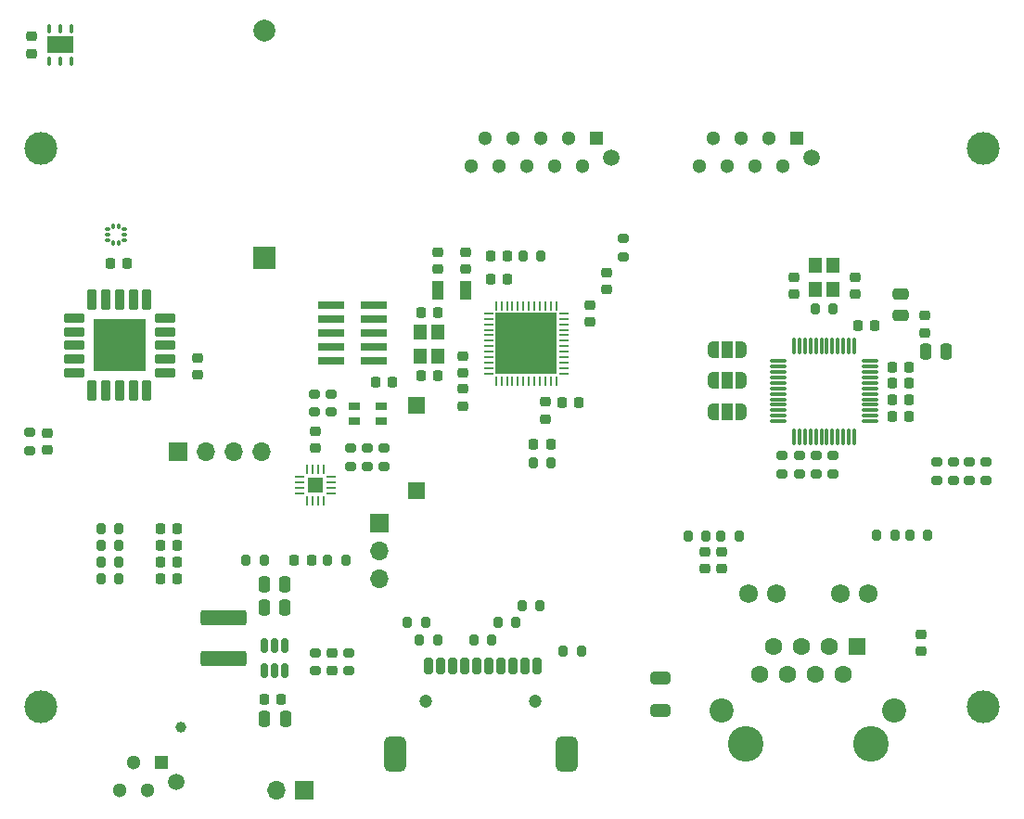
<source format=gts>
G04 #@! TF.GenerationSoftware,KiCad,Pcbnew,8.0.9*
G04 #@! TF.CreationDate,2025-05-18T21:41:49+02:00*
G04 #@! TF.ProjectId,sensor-hub,73656e73-6f72-42d6-9875-622e6b696361,rev?*
G04 #@! TF.SameCoordinates,Original*
G04 #@! TF.FileFunction,Soldermask,Top*
G04 #@! TF.FilePolarity,Negative*
%FSLAX46Y46*%
G04 Gerber Fmt 4.6, Leading zero omitted, Abs format (unit mm)*
G04 Created by KiCad (PCBNEW 8.0.9) date 2025-05-18 21:41:49*
%MOMM*%
%LPD*%
G01*
G04 APERTURE LIST*
G04 Aperture macros list*
%AMRoundRect*
0 Rectangle with rounded corners*
0 $1 Rounding radius*
0 $2 $3 $4 $5 $6 $7 $8 $9 X,Y pos of 4 corners*
0 Add a 4 corners polygon primitive as box body*
4,1,4,$2,$3,$4,$5,$6,$7,$8,$9,$2,$3,0*
0 Add four circle primitives for the rounded corners*
1,1,$1+$1,$2,$3*
1,1,$1+$1,$4,$5*
1,1,$1+$1,$6,$7*
1,1,$1+$1,$8,$9*
0 Add four rect primitives between the rounded corners*
20,1,$1+$1,$2,$3,$4,$5,0*
20,1,$1+$1,$4,$5,$6,$7,0*
20,1,$1+$1,$6,$7,$8,$9,0*
20,1,$1+$1,$8,$9,$2,$3,0*%
%AMFreePoly0*
4,1,19,0.550000,-0.750000,0.000000,-0.750000,0.000000,-0.744911,-0.071157,-0.744911,-0.207708,-0.704816,-0.327430,-0.627875,-0.420627,-0.520320,-0.479746,-0.390866,-0.500000,-0.250000,-0.500000,0.250000,-0.479746,0.390866,-0.420627,0.520320,-0.327430,0.627875,-0.207708,0.704816,-0.071157,0.744911,0.000000,0.744911,0.000000,0.750000,0.550000,0.750000,0.550000,-0.750000,0.550000,-0.750000,
$1*%
%AMFreePoly1*
4,1,19,0.000000,0.744911,0.071157,0.744911,0.207708,0.704816,0.327430,0.627875,0.420627,0.520320,0.479746,0.390866,0.500000,0.250000,0.500000,-0.250000,0.479746,-0.390866,0.420627,-0.520320,0.327430,-0.627875,0.207708,-0.704816,0.071157,-0.744911,0.000000,-0.744911,0.000000,-0.750000,-0.550000,-0.750000,-0.550000,0.750000,0.000000,0.750000,0.000000,0.744911,0.000000,0.744911,
$1*%
G04 Aperture macros list end*
%ADD10RoundRect,0.062500X-0.375000X-0.062500X0.375000X-0.062500X0.375000X0.062500X-0.375000X0.062500X0*%
%ADD11RoundRect,0.062500X-0.062500X-0.375000X0.062500X-0.375000X0.062500X0.375000X-0.062500X0.375000X0*%
%ADD12R,1.450000X1.450000*%
%ADD13RoundRect,0.249999X1.850001X-0.450001X1.850001X0.450001X-1.850001X0.450001X-1.850001X-0.450001X0*%
%ADD14RoundRect,0.200000X0.200000X0.275000X-0.200000X0.275000X-0.200000X-0.275000X0.200000X-0.275000X0*%
%ADD15RoundRect,0.200000X-0.275000X0.200000X-0.275000X-0.200000X0.275000X-0.200000X0.275000X0.200000X0*%
%ADD16RoundRect,0.225000X0.250000X-0.225000X0.250000X0.225000X-0.250000X0.225000X-0.250000X-0.225000X0*%
%ADD17RoundRect,0.218750X-0.256250X0.218750X-0.256250X-0.218750X0.256250X-0.218750X0.256250X0.218750X0*%
%ADD18RoundRect,0.200000X0.275000X-0.200000X0.275000X0.200000X-0.275000X0.200000X-0.275000X-0.200000X0*%
%ADD19RoundRect,0.218750X0.218750X0.256250X-0.218750X0.256250X-0.218750X-0.256250X0.218750X-0.256250X0*%
%ADD20C,1.500000*%
%ADD21R,1.300000X1.300000*%
%ADD22C,1.300000*%
%ADD23RoundRect,0.225000X0.225000X0.250000X-0.225000X0.250000X-0.225000X-0.250000X0.225000X-0.250000X0*%
%ADD24RoundRect,0.225000X-0.250000X0.225000X-0.250000X-0.225000X0.250000X-0.225000X0.250000X0.225000X0*%
%ADD25RoundRect,0.225000X-0.225000X-0.250000X0.225000X-0.250000X0.225000X0.250000X-0.225000X0.250000X0*%
%ADD26R,1.150000X1.400000*%
%ADD27C,3.250000*%
%ADD28RoundRect,0.248000X-0.552000X-0.552000X0.552000X-0.552000X0.552000X0.552000X-0.552000X0.552000X0*%
%ADD29C,1.600000*%
%ADD30C,1.720000*%
%ADD31C,2.200000*%
%ADD32R,1.000000X1.800000*%
%ADD33R,1.700000X1.700000*%
%ADD34O,1.700000X1.700000*%
%ADD35RoundRect,0.200000X-0.200000X-0.275000X0.200000X-0.275000X0.200000X0.275000X-0.200000X0.275000X0*%
%ADD36R,2.000000X2.000000*%
%ADD37C,2.000000*%
%ADD38R,5.600000X5.600000*%
%ADD39RoundRect,0.212500X0.212500X-0.737500X0.212500X0.737500X-0.212500X0.737500X-0.212500X-0.737500X0*%
%ADD40RoundRect,0.212500X0.737500X-0.212500X0.737500X0.212500X-0.737500X0.212500X-0.737500X-0.212500X0*%
%ADD41R,4.800000X4.800000*%
%ADD42R,1.000000X0.800000*%
%ADD43RoundRect,0.250000X-0.250000X-0.475000X0.250000X-0.475000X0.250000X0.475000X-0.250000X0.475000X0*%
%ADD44C,3.000000*%
%ADD45RoundRect,0.250000X0.475000X-0.250000X0.475000X0.250000X-0.475000X0.250000X-0.475000X-0.250000X0*%
%ADD46R,2.400000X0.740000*%
%ADD47FreePoly0,180.000000*%
%ADD48R,1.000000X1.500000*%
%ADD49FreePoly1,180.000000*%
%ADD50RoundRect,0.100000X-0.100000X0.300000X-0.100000X-0.300000X0.100000X-0.300000X0.100000X0.300000X0*%
%ADD51R,2.400000X1.500000*%
%ADD52C,1.000000*%
%ADD53RoundRect,0.150000X-0.150000X0.512500X-0.150000X-0.512500X0.150000X-0.512500X0.150000X0.512500X0*%
%ADD54R,1.500000X1.500000*%
%ADD55C,1.200000*%
%ADD56RoundRect,0.200000X0.200000X0.550000X-0.200000X0.550000X-0.200000X-0.550000X0.200000X-0.550000X0*%
%ADD57RoundRect,0.500000X0.500000X1.100000X-0.500000X1.100000X-0.500000X-1.100000X0.500000X-1.100000X0*%
%ADD58RoundRect,0.087500X0.087500X-0.125000X0.087500X0.125000X-0.087500X0.125000X-0.087500X-0.125000X0*%
%ADD59RoundRect,0.087500X0.125000X-0.087500X0.125000X0.087500X-0.125000X0.087500X-0.125000X-0.087500X0*%
%ADD60RoundRect,0.250000X0.650000X-0.325000X0.650000X0.325000X-0.650000X0.325000X-0.650000X-0.325000X0*%
%ADD61RoundRect,0.075000X0.075000X-0.662500X0.075000X0.662500X-0.075000X0.662500X-0.075000X-0.662500X0*%
%ADD62RoundRect,0.075000X0.662500X-0.075000X0.662500X0.075000X-0.662500X0.075000X-0.662500X-0.075000X0*%
G04 APERTURE END LIST*
D10*
X73602500Y-104040000D03*
X73602500Y-104540000D03*
X73602500Y-105040000D03*
X73602500Y-105540000D03*
D11*
X74290000Y-106227500D03*
X74790000Y-106227500D03*
X75290000Y-106227500D03*
X75790000Y-106227500D03*
D10*
X76477500Y-105540000D03*
X76477500Y-105040000D03*
X76477500Y-104540000D03*
X76477500Y-104040000D03*
D11*
X75790000Y-103352500D03*
X75290000Y-103352500D03*
X74790000Y-103352500D03*
X74290000Y-103352500D03*
D12*
X75040000Y-104790000D03*
D13*
X66650000Y-120575000D03*
X66650000Y-116875000D03*
D14*
X57125000Y-108775000D03*
X55475000Y-108775000D03*
D15*
X120762500Y-102100000D03*
X120762500Y-103750000D03*
D16*
X75050000Y-101400000D03*
X75050000Y-99850000D03*
D17*
X50600000Y-100012500D03*
X50600000Y-101587500D03*
D18*
X134750000Y-104350000D03*
X134750000Y-102700000D03*
D15*
X75050000Y-120075000D03*
X75050000Y-121725000D03*
D19*
X96537500Y-101075000D03*
X94962500Y-101075000D03*
D20*
X102085000Y-74910000D03*
D21*
X100685000Y-73110000D03*
D22*
X99415000Y-75650000D03*
X98145000Y-73110000D03*
X96875000Y-75650000D03*
X95605000Y-73110000D03*
X94335000Y-75650000D03*
X93065000Y-73110000D03*
X91795000Y-75650000D03*
X90525000Y-73110000D03*
X89255000Y-75650000D03*
D23*
X99100000Y-97212500D03*
X97550000Y-97212500D03*
D17*
X88525000Y-96002500D03*
X88525000Y-97577500D03*
D14*
X93350000Y-117325000D03*
X91700000Y-117325000D03*
D24*
X76575000Y-120125000D03*
X76575000Y-121675000D03*
D18*
X74950000Y-98125000D03*
X74950000Y-96475000D03*
D25*
X127662500Y-97000000D03*
X129212500Y-97000000D03*
D26*
X120712500Y-84700000D03*
X120712500Y-86900000D03*
X122312500Y-86900000D03*
X122312500Y-84700000D03*
D23*
X86225000Y-89012500D03*
X84675000Y-89012500D03*
D26*
X86225000Y-93012500D03*
X86225000Y-90812500D03*
X84625000Y-90812500D03*
X84625000Y-93012500D03*
D20*
X62375000Y-131875000D03*
D21*
X60975000Y-130075000D03*
D22*
X59705000Y-132615000D03*
X58435000Y-130075000D03*
X57165000Y-132615000D03*
D27*
X125715000Y-128390000D03*
X114285000Y-128390000D03*
D28*
X124445000Y-119500000D03*
D29*
X123175000Y-122040000D03*
X121905000Y-119500000D03*
X120635000Y-122040000D03*
X119365000Y-119500000D03*
X118095000Y-122040000D03*
X116825000Y-119500000D03*
X115555000Y-122040000D03*
D30*
X125465000Y-114670000D03*
X122925000Y-114670000D03*
X117075000Y-114670000D03*
X114535000Y-114670000D03*
D31*
X127900000Y-125340000D03*
X112100000Y-125340000D03*
D32*
X88725000Y-87012500D03*
X86225000Y-87012500D03*
D15*
X48950000Y-99975000D03*
X48950000Y-101625000D03*
D25*
X60875000Y-113350000D03*
X62425000Y-113350000D03*
X127662500Y-98500000D03*
X129212500Y-98500000D03*
D33*
X80875000Y-108260000D03*
D34*
X80875000Y-110800000D03*
X80875000Y-113340000D03*
D35*
X76175000Y-111675000D03*
X77825000Y-111675000D03*
X83425000Y-117325000D03*
X85075000Y-117325000D03*
D25*
X60875000Y-108775000D03*
X62425000Y-108775000D03*
D15*
X119212500Y-102100000D03*
X119212500Y-103750000D03*
D35*
X84525000Y-118875000D03*
X86175000Y-118875000D03*
D24*
X64275000Y-93150000D03*
X64275000Y-94700000D03*
X118712500Y-85800000D03*
X118712500Y-87350000D03*
D14*
X130925000Y-109375000D03*
X129275000Y-109375000D03*
D36*
X70400000Y-84057455D03*
D37*
X70400000Y-63257455D03*
D10*
X90837500Y-89100000D03*
X90837500Y-89600000D03*
X90837500Y-90100000D03*
X90837500Y-90600000D03*
X90837500Y-91100000D03*
X90837500Y-91600000D03*
X90837500Y-92100000D03*
X90837500Y-92600000D03*
X90837500Y-93100000D03*
X90837500Y-93600000D03*
X90837500Y-94100000D03*
X90837500Y-94600000D03*
D11*
X91525000Y-95287500D03*
X92025000Y-95287500D03*
X92525000Y-95287500D03*
X93025000Y-95287500D03*
X93525000Y-95287500D03*
X94025000Y-95287500D03*
X94525000Y-95287500D03*
X95025000Y-95287500D03*
X95525000Y-95287500D03*
X96025000Y-95287500D03*
X96525000Y-95287500D03*
X97025000Y-95287500D03*
D10*
X97712500Y-94600000D03*
X97712500Y-94100000D03*
X97712500Y-93600000D03*
X97712500Y-93100000D03*
X97712500Y-92600000D03*
X97712500Y-92100000D03*
X97712500Y-91600000D03*
X97712500Y-91100000D03*
X97712500Y-90600000D03*
X97712500Y-90100000D03*
X97712500Y-89600000D03*
X97712500Y-89100000D03*
D11*
X97025000Y-88412500D03*
X96525000Y-88412500D03*
X96025000Y-88412500D03*
X95525000Y-88412500D03*
X95025000Y-88412500D03*
X94525000Y-88412500D03*
X94025000Y-88412500D03*
X93525000Y-88412500D03*
X93025000Y-88412500D03*
X92525000Y-88412500D03*
X92025000Y-88412500D03*
X91525000Y-88412500D03*
D38*
X94275000Y-91850000D03*
D14*
X96575000Y-102725000D03*
X94925000Y-102725000D03*
X57125000Y-111825000D03*
X55475000Y-111825000D03*
D25*
X60875000Y-111825000D03*
X62425000Y-111825000D03*
D19*
X74675000Y-111675000D03*
X73100000Y-111675000D03*
D39*
X54650000Y-96175000D03*
X55900000Y-96175000D03*
X57150000Y-96175000D03*
X58400000Y-96175000D03*
X59650000Y-96175000D03*
D40*
X61300000Y-94525000D03*
X61300000Y-93275000D03*
X61300000Y-92025000D03*
X61300000Y-90775000D03*
X61300000Y-89525000D03*
D39*
X59650000Y-87875000D03*
X58400000Y-87875000D03*
X57150000Y-87875000D03*
X55900000Y-87875000D03*
X54650000Y-87875000D03*
D40*
X53000000Y-89525000D03*
X53000000Y-90775000D03*
X53000000Y-92025000D03*
X53000000Y-93275000D03*
X53000000Y-94525000D03*
D41*
X57150000Y-92025000D03*
D35*
X94000000Y-83850000D03*
X95650000Y-83850000D03*
D15*
X122312500Y-102100000D03*
X122312500Y-103750000D03*
D42*
X78550000Y-97550000D03*
X78550000Y-98950000D03*
X81050000Y-98950000D03*
X81050000Y-97550000D03*
D18*
X76485000Y-98125000D03*
X76485000Y-96475000D03*
D43*
X130725000Y-92600000D03*
X132625000Y-92600000D03*
D44*
X50000000Y-74000000D03*
D35*
X109050000Y-109425000D03*
X110700000Y-109425000D03*
D45*
X128475000Y-89275000D03*
X128475000Y-87375000D03*
D35*
X126275000Y-109375000D03*
X127925000Y-109375000D03*
D46*
X76500000Y-88310000D03*
X80400000Y-88310000D03*
X76500000Y-89580000D03*
X80400000Y-89580000D03*
X76500000Y-90850000D03*
X80400000Y-90850000D03*
X76500000Y-92120000D03*
X80400000Y-92120000D03*
X76500000Y-93390000D03*
X80400000Y-93390000D03*
D18*
X78250000Y-103075000D03*
X78250000Y-101425000D03*
D43*
X70350000Y-113875000D03*
X72250000Y-113875000D03*
D25*
X56300000Y-84500000D03*
X57850000Y-84500000D03*
D44*
X136000000Y-74000000D03*
D24*
X86175000Y-83512500D03*
X86175000Y-85062500D03*
D47*
X113925000Y-95250000D03*
D48*
X112625000Y-95250000D03*
D49*
X111325000Y-95250000D03*
D44*
X50000000Y-125000000D03*
D24*
X100125000Y-88350000D03*
X100125000Y-89900000D03*
D35*
X89475000Y-118875000D03*
X91125000Y-118875000D03*
D50*
X52750000Y-63150000D03*
X51750000Y-63150000D03*
X50750000Y-63150000D03*
X50750000Y-66050000D03*
X51750000Y-66050000D03*
X52750000Y-66050000D03*
D51*
X51750000Y-64600000D03*
D14*
X57125000Y-113350000D03*
X55475000Y-113350000D03*
D25*
X70350000Y-124325000D03*
X71900000Y-124325000D03*
D16*
X130300000Y-119950000D03*
X130300000Y-118400000D03*
D24*
X88725000Y-83512500D03*
X88725000Y-85062500D03*
X112150000Y-110875000D03*
X112150000Y-112425000D03*
D52*
X62750000Y-126875000D03*
D47*
X113925000Y-98092500D03*
D48*
X112625000Y-98092500D03*
D49*
X111325000Y-98092500D03*
D53*
X72250000Y-119450000D03*
X71300000Y-119450000D03*
X70350000Y-119450000D03*
X70350000Y-121725000D03*
X71300000Y-121725000D03*
X72250000Y-121725000D03*
D25*
X124525000Y-90250000D03*
X126075000Y-90250000D03*
D18*
X79775000Y-103075000D03*
X79775000Y-101425000D03*
D14*
X57125000Y-110300000D03*
X55475000Y-110300000D03*
D54*
X84275000Y-105300000D03*
X84275000Y-97500000D03*
D33*
X73990000Y-132625000D03*
D34*
X71450000Y-132625000D03*
D43*
X70400000Y-126125000D03*
X72300000Y-126125000D03*
D35*
X112050000Y-109425000D03*
X113700000Y-109425000D03*
D16*
X49150000Y-65375000D03*
X49150000Y-63825000D03*
D24*
X96050000Y-97187500D03*
X96050000Y-98737500D03*
D18*
X78100000Y-121725000D03*
X78100000Y-120075000D03*
D17*
X130700000Y-89275000D03*
X130700000Y-90850000D03*
D25*
X91025000Y-83850000D03*
X92575000Y-83850000D03*
D47*
X113925000Y-92400000D03*
D48*
X112625000Y-92400000D03*
D49*
X111325000Y-92400000D03*
D14*
X95550000Y-115800000D03*
X93900000Y-115800000D03*
D25*
X127662500Y-94000000D03*
X129212500Y-94000000D03*
D18*
X131750000Y-104350000D03*
X131750000Y-102700000D03*
D43*
X70350000Y-115925000D03*
X72250000Y-115925000D03*
D55*
X95125000Y-124500000D03*
X85125000Y-124500000D03*
D56*
X85355000Y-121250000D03*
X86455000Y-121250000D03*
X87555000Y-121250000D03*
X88655000Y-121250000D03*
X89755000Y-121250000D03*
X90855000Y-121250000D03*
X91955000Y-121250000D03*
X93055000Y-121250000D03*
X94155000Y-121250000D03*
X95255000Y-121250000D03*
D57*
X97945000Y-129300000D03*
X82305000Y-129300000D03*
D24*
X110600000Y-110875000D03*
X110600000Y-112425000D03*
D15*
X117662500Y-102100000D03*
X117662500Y-103750000D03*
D25*
X84675000Y-94812500D03*
X86225000Y-94812500D03*
D16*
X101625000Y-86900000D03*
X101625000Y-85350000D03*
D25*
X127662500Y-95500000D03*
X129212500Y-95500000D03*
X91000000Y-85987500D03*
X92550000Y-85987500D03*
D20*
X120340000Y-74922500D03*
D21*
X118940000Y-73122500D03*
D22*
X117670000Y-75662500D03*
X116400000Y-73122500D03*
X115130000Y-75662500D03*
X113860000Y-73122500D03*
X112590000Y-75662500D03*
X111320000Y-73122500D03*
X110050000Y-75662500D03*
D35*
X120662500Y-88700000D03*
X122312500Y-88700000D03*
D44*
X136000000Y-125000000D03*
D16*
X88525000Y-94537500D03*
X88525000Y-92987500D03*
D15*
X133250000Y-102700000D03*
X133250000Y-104350000D03*
D58*
X56597500Y-82690000D03*
X57097500Y-82690000D03*
D59*
X57610000Y-82427500D03*
X57610000Y-81927500D03*
X57610000Y-81427500D03*
D58*
X57097500Y-81165000D03*
X56597500Y-81165000D03*
D59*
X56085000Y-81427500D03*
X56085000Y-81927500D03*
X56085000Y-82427500D03*
D60*
X106550000Y-125325000D03*
X106550000Y-122375000D03*
D33*
X62485000Y-101700000D03*
D34*
X65025000Y-101700000D03*
X67565000Y-101700000D03*
X70105000Y-101700000D03*
D15*
X103125000Y-82275000D03*
X103125000Y-83925000D03*
D14*
X99325000Y-119925000D03*
X97675000Y-119925000D03*
X70350000Y-111675000D03*
X68700000Y-111675000D03*
D23*
X82050000Y-95350000D03*
X80500000Y-95350000D03*
D25*
X60875000Y-110300000D03*
X62425000Y-110300000D03*
D61*
X118725000Y-100362500D03*
X119225000Y-100362500D03*
X119725000Y-100362500D03*
X120225000Y-100362500D03*
X120725000Y-100362500D03*
X121225000Y-100362500D03*
X121725000Y-100362500D03*
X122225000Y-100362500D03*
X122725000Y-100362500D03*
X123225000Y-100362500D03*
X123725000Y-100362500D03*
X124225000Y-100362500D03*
D62*
X125637500Y-98950000D03*
X125637500Y-98450000D03*
X125637500Y-97950000D03*
X125637500Y-97450000D03*
X125637500Y-96950000D03*
X125637500Y-96450000D03*
X125637500Y-95950000D03*
X125637500Y-95450000D03*
X125637500Y-94950000D03*
X125637500Y-94450000D03*
X125637500Y-93950000D03*
X125637500Y-93450000D03*
D61*
X124225000Y-92037500D03*
X123725000Y-92037500D03*
X123225000Y-92037500D03*
X122725000Y-92037500D03*
X122225000Y-92037500D03*
X121725000Y-92037500D03*
X121225000Y-92037500D03*
X120725000Y-92037500D03*
X120225000Y-92037500D03*
X119725000Y-92037500D03*
X119225000Y-92037500D03*
X118725000Y-92037500D03*
D62*
X117312500Y-93450000D03*
X117312500Y-93950000D03*
X117312500Y-94450000D03*
X117312500Y-94950000D03*
X117312500Y-95450000D03*
X117312500Y-95950000D03*
X117312500Y-96450000D03*
X117312500Y-96950000D03*
X117312500Y-97450000D03*
X117312500Y-97950000D03*
X117312500Y-98450000D03*
X117312500Y-98950000D03*
D24*
X124312500Y-85800000D03*
X124312500Y-87350000D03*
D18*
X81300000Y-103075000D03*
X81300000Y-101425000D03*
D15*
X136250000Y-102700000D03*
X136250000Y-104350000D03*
M02*

</source>
